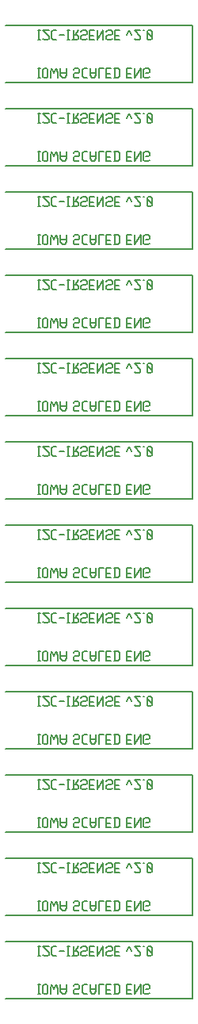
<source format=gbr>
G04 start of page 10 for group -4078 idx -4078 *
G04 Title: (unknown), bottomsilk *
G04 Creator: pcb 20140316 *
G04 CreationDate: Wed 03 Jan 2018 02:51:44 AM GMT UTC *
G04 For: railfan *
G04 Format: Gerber/RS-274X *
G04 PCB-Dimensions (mil): 1000.00 4200.00 *
G04 PCB-Coordinate-Origin: lower left *
%MOIN*%
%FSLAX25Y25*%
%LNBOTTOMSILK*%
%ADD41C,0.0080*%
G54D41*X89500Y320500D02*X11000D01*
X89500Y344500D02*Y320500D01*
Y309500D02*Y285500D01*
X11000Y309500D02*X89500D01*
Y285500D02*X11000D01*
Y274500D02*X89500D01*
X11000Y379500D02*X89500D01*
Y355500D02*X11000D01*
X89500Y379500D02*Y355500D01*
X11000Y344500D02*X89500D01*
X11000Y414500D02*X89500D01*
Y390500D02*X11000D01*
X89500Y414500D02*Y390500D01*
Y250500D02*X11000D01*
X89500Y274500D02*Y250500D01*
X11000Y239500D02*X89500D01*
Y215500D02*X11000D01*
X89500Y239500D02*Y215500D01*
X11000Y204500D02*X89500D01*
Y180500D02*X11000D01*
X89500Y204500D02*Y180500D01*
X11000Y169500D02*X89500D01*
Y145500D02*X11000D01*
X89500Y169500D02*Y145500D01*
X11000Y134500D02*X89500D01*
Y110500D02*X11000D01*
X89500Y134500D02*Y110500D01*
Y29500D02*Y5500D01*
X11000Y99500D02*X89500D01*
Y75500D02*X11000D01*
X89500Y99500D02*Y75500D01*
X11000Y64500D02*X89500D01*
Y40500D02*X11000D01*
X89500Y64500D02*Y40500D01*
X11000Y29500D02*X89500D01*
Y5500D02*X11000D01*
X24500Y252500D02*X25500D01*
X25000D02*Y256500D01*
X24500D02*X25500D01*
X26700Y253000D02*Y256000D01*
Y253000D02*X27200Y252500D01*
X28200D01*
X28700Y253000D01*
Y256000D01*
X28200Y256500D02*X28700Y256000D01*
X27200Y256500D02*X28200D01*
X26700Y256000D02*X27200Y256500D01*
X29900Y252500D02*Y254500D01*
X30400Y256500D01*
X31400Y254500D01*
X32400Y256500D01*
X32900Y254500D01*
Y252500D02*Y254500D01*
X34100Y253500D02*Y256500D01*
Y253500D02*X34800Y252500D01*
X35900D01*
X36600Y253500D01*
Y256500D01*
X34100Y254500D02*X36600D01*
X41600Y252500D02*X42100Y253000D01*
X40100Y252500D02*X41600D01*
X39600Y253000D02*X40100Y252500D01*
X39600Y253000D02*Y254000D01*
X40100Y254500D01*
X41600D01*
X42100Y255000D01*
Y256000D01*
X41600Y256500D02*X42100Y256000D01*
X40100Y256500D02*X41600D01*
X39600Y256000D02*X40100Y256500D01*
X44000D02*X45300D01*
X43300Y255800D02*X44000Y256500D01*
X43300Y253200D02*Y255800D01*
Y253200D02*X44000Y252500D01*
X45300D01*
X46500Y253500D02*Y256500D01*
Y253500D02*X47200Y252500D01*
X48300D01*
X49000Y253500D01*
Y256500D01*
X46500Y254500D02*X49000D01*
X50200Y252500D02*Y256500D01*
X52200D01*
X53400Y254300D02*X54900D01*
X53400Y256500D02*X55400D01*
X53400Y252500D02*Y256500D01*
Y252500D02*X55400D01*
X57100D02*Y256500D01*
X58400Y252500D02*X59100Y253200D01*
Y255800D01*
X58400Y256500D02*X59100Y255800D01*
X56600Y256500D02*X58400D01*
X56600Y252500D02*X58400D01*
X62100Y254300D02*X63600D01*
X62100Y256500D02*X64100D01*
X62100Y252500D02*Y256500D01*
Y252500D02*X64100D01*
X65300D02*Y256500D01*
Y252500D02*X67800Y256500D01*
Y252500D02*Y256500D01*
X71000Y252500D02*X71500Y253000D01*
X69500Y252500D02*X71000D01*
X69000Y253000D02*X69500Y252500D01*
X69000Y253000D02*Y256000D01*
X69500Y256500D01*
X71000D01*
X71500Y256000D01*
Y255000D02*Y256000D01*
X71000Y254500D02*X71500Y255000D01*
X70000Y254500D02*X71000D01*
X24500Y217500D02*X25500D01*
X25000D02*Y221500D01*
X24500D02*X25500D01*
X26700Y218000D02*Y221000D01*
Y218000D02*X27200Y217500D01*
X28200D01*
X28700Y218000D01*
Y221000D01*
X28200Y221500D02*X28700Y221000D01*
X27200Y221500D02*X28200D01*
X26700Y221000D02*X27200Y221500D01*
X29900Y217500D02*Y219500D01*
X30400Y221500D01*
X31400Y219500D01*
X32400Y221500D01*
X32900Y219500D01*
Y217500D02*Y219500D01*
X34100Y218500D02*Y221500D01*
Y218500D02*X34800Y217500D01*
X35900D01*
X36600Y218500D01*
Y221500D01*
X34100Y219500D02*X36600D01*
X41600Y217500D02*X42100Y218000D01*
X40100Y217500D02*X41600D01*
X39600Y218000D02*X40100Y217500D01*
X39600Y218000D02*Y219000D01*
X40100Y219500D01*
X41600D01*
X42100Y220000D01*
Y221000D01*
X41600Y221500D02*X42100Y221000D01*
X40100Y221500D02*X41600D01*
X39600Y221000D02*X40100Y221500D01*
X44000D02*X45300D01*
X43300Y220800D02*X44000Y221500D01*
X43300Y218200D02*Y220800D01*
Y218200D02*X44000Y217500D01*
X45300D01*
X46500Y218500D02*Y221500D01*
Y218500D02*X47200Y217500D01*
X48300D01*
X49000Y218500D01*
Y221500D01*
X46500Y219500D02*X49000D01*
X50200Y217500D02*Y221500D01*
X52200D01*
X53400Y219300D02*X54900D01*
X53400Y221500D02*X55400D01*
X53400Y217500D02*Y221500D01*
Y217500D02*X55400D01*
X57100D02*Y221500D01*
X58400Y217500D02*X59100Y218200D01*
Y220800D01*
X58400Y221500D02*X59100Y220800D01*
X56600Y221500D02*X58400D01*
X56600Y217500D02*X58400D01*
X62100Y219300D02*X63600D01*
X62100Y221500D02*X64100D01*
X62100Y217500D02*Y221500D01*
Y217500D02*X64100D01*
X65300D02*Y221500D01*
Y217500D02*X67800Y221500D01*
Y217500D02*Y221500D01*
X71000Y217500D02*X71500Y218000D01*
X69500Y217500D02*X71000D01*
X69000Y218000D02*X69500Y217500D01*
X69000Y218000D02*Y221000D01*
X69500Y221500D01*
X71000D01*
X71500Y221000D01*
Y220000D02*Y221000D01*
X71000Y219500D02*X71500Y220000D01*
X70000Y219500D02*X71000D01*
X24500Y182500D02*X25500D01*
X25000D02*Y186500D01*
X24500D02*X25500D01*
X26700Y183000D02*Y186000D01*
Y183000D02*X27200Y182500D01*
X28200D01*
X28700Y183000D01*
Y186000D01*
X28200Y186500D02*X28700Y186000D01*
X27200Y186500D02*X28200D01*
X26700Y186000D02*X27200Y186500D01*
X29900Y182500D02*Y184500D01*
X30400Y186500D01*
X31400Y184500D01*
X32400Y186500D01*
X32900Y184500D01*
Y182500D02*Y184500D01*
X34100Y183500D02*Y186500D01*
Y183500D02*X34800Y182500D01*
X35900D01*
X36600Y183500D01*
Y186500D01*
X34100Y184500D02*X36600D01*
X41600Y182500D02*X42100Y183000D01*
X40100Y182500D02*X41600D01*
X39600Y183000D02*X40100Y182500D01*
X39600Y183000D02*Y184000D01*
X40100Y184500D01*
X41600D01*
X42100Y185000D01*
Y186000D01*
X41600Y186500D02*X42100Y186000D01*
X40100Y186500D02*X41600D01*
X39600Y186000D02*X40100Y186500D01*
X44000D02*X45300D01*
X43300Y185800D02*X44000Y186500D01*
X43300Y183200D02*Y185800D01*
Y183200D02*X44000Y182500D01*
X45300D01*
X46500Y183500D02*Y186500D01*
Y183500D02*X47200Y182500D01*
X48300D01*
X49000Y183500D01*
Y186500D01*
X46500Y184500D02*X49000D01*
X50200Y182500D02*Y186500D01*
X52200D01*
X53400Y184300D02*X54900D01*
X53400Y186500D02*X55400D01*
X53400Y182500D02*Y186500D01*
Y182500D02*X55400D01*
X57100D02*Y186500D01*
X58400Y182500D02*X59100Y183200D01*
Y185800D01*
X58400Y186500D02*X59100Y185800D01*
X56600Y186500D02*X58400D01*
X56600Y182500D02*X58400D01*
X62100Y184300D02*X63600D01*
X62100Y186500D02*X64100D01*
X62100Y182500D02*Y186500D01*
Y182500D02*X64100D01*
X65300D02*Y186500D01*
Y182500D02*X67800Y186500D01*
Y182500D02*Y186500D01*
X71000Y182500D02*X71500Y183000D01*
X69500Y182500D02*X71000D01*
X69000Y183000D02*X69500Y182500D01*
X69000Y183000D02*Y186000D01*
X69500Y186500D01*
X71000D01*
X71500Y186000D01*
Y185000D02*Y186000D01*
X71000Y184500D02*X71500Y185000D01*
X70000Y184500D02*X71000D01*
X24500Y198500D02*X25500D01*
X25000D02*Y202500D01*
X24500D02*X25500D01*
X26700Y199000D02*X27200Y198500D01*
X28700D01*
X29200Y199000D01*
Y200000D01*
X26700Y202500D02*X29200Y200000D01*
X26700Y202500D02*X29200D01*
X31100D02*X32400D01*
X30400Y201800D02*X31100Y202500D01*
X30400Y199200D02*Y201800D01*
Y199200D02*X31100Y198500D01*
X32400D01*
X33600Y200500D02*X35600D01*
X36800Y198500D02*X37800D01*
X37300D02*Y202500D01*
X36800D02*X37800D01*
X39000Y198500D02*X41000D01*
X41500Y199000D01*
Y200000D01*
X41000Y200500D02*X41500Y200000D01*
X39500Y200500D02*X41000D01*
X39500Y198500D02*Y202500D01*
X40300Y200500D02*X41500Y202500D01*
X44700Y198500D02*X45200Y199000D01*
X43200Y198500D02*X44700D01*
X42700Y199000D02*X43200Y198500D01*
X42700Y199000D02*Y200000D01*
X43200Y200500D01*
X44700D01*
X45200Y201000D01*
Y202000D01*
X44700Y202500D02*X45200Y202000D01*
X43200Y202500D02*X44700D01*
X42700Y202000D02*X43200Y202500D01*
X46400Y200300D02*X47900D01*
X46400Y202500D02*X48400D01*
X46400Y198500D02*Y202500D01*
Y198500D02*X48400D01*
X49600D02*Y202500D01*
Y198500D02*X52100Y202500D01*
Y198500D02*Y202500D01*
X55300Y198500D02*X55800Y199000D01*
X53800Y198500D02*X55300D01*
X53300Y199000D02*X53800Y198500D01*
X53300Y199000D02*Y200000D01*
X53800Y200500D01*
X55300D01*
X55800Y201000D01*
Y202000D01*
X55300Y202500D02*X55800Y202000D01*
X53800Y202500D02*X55300D01*
X53300Y202000D02*X53800Y202500D01*
X57000Y200300D02*X58500D01*
X57000Y202500D02*X59000D01*
X57000Y198500D02*Y202500D01*
Y198500D02*X59000D01*
X62000Y200500D02*X63000Y202500D01*
X64000Y200500D02*X63000Y202500D01*
X65200Y199000D02*X65700Y198500D01*
X67200D01*
X67700Y199000D01*
Y200000D01*
X65200Y202500D02*X67700Y200000D01*
X65200Y202500D02*X67700D01*
X68900D02*X69400D01*
X70600Y202000D02*X71100Y202500D01*
X70600Y199000D02*Y202000D01*
Y199000D02*X71100Y198500D01*
X72100D01*
X72600Y199000D01*
Y202000D01*
X72100Y202500D02*X72600Y202000D01*
X71100Y202500D02*X72100D01*
X70600Y201500D02*X72600Y199500D01*
X24500Y233500D02*X25500D01*
X25000D02*Y237500D01*
X24500D02*X25500D01*
X26700Y234000D02*X27200Y233500D01*
X28700D01*
X29200Y234000D01*
Y235000D01*
X26700Y237500D02*X29200Y235000D01*
X26700Y237500D02*X29200D01*
X31100D02*X32400D01*
X30400Y236800D02*X31100Y237500D01*
X30400Y234200D02*Y236800D01*
Y234200D02*X31100Y233500D01*
X32400D01*
X33600Y235500D02*X35600D01*
X36800Y233500D02*X37800D01*
X37300D02*Y237500D01*
X36800D02*X37800D01*
X39000Y233500D02*X41000D01*
X41500Y234000D01*
Y235000D01*
X41000Y235500D02*X41500Y235000D01*
X39500Y235500D02*X41000D01*
X39500Y233500D02*Y237500D01*
X40300Y235500D02*X41500Y237500D01*
X44700Y233500D02*X45200Y234000D01*
X43200Y233500D02*X44700D01*
X42700Y234000D02*X43200Y233500D01*
X42700Y234000D02*Y235000D01*
X43200Y235500D01*
X44700D01*
X45200Y236000D01*
Y237000D01*
X44700Y237500D02*X45200Y237000D01*
X43200Y237500D02*X44700D01*
X42700Y237000D02*X43200Y237500D01*
X46400Y235300D02*X47900D01*
X46400Y237500D02*X48400D01*
X46400Y233500D02*Y237500D01*
Y233500D02*X48400D01*
X49600D02*Y237500D01*
Y233500D02*X52100Y237500D01*
Y233500D02*Y237500D01*
X55300Y233500D02*X55800Y234000D01*
X53800Y233500D02*X55300D01*
X53300Y234000D02*X53800Y233500D01*
X53300Y234000D02*Y235000D01*
X53800Y235500D01*
X55300D01*
X55800Y236000D01*
Y237000D01*
X55300Y237500D02*X55800Y237000D01*
X53800Y237500D02*X55300D01*
X53300Y237000D02*X53800Y237500D01*
X57000Y235300D02*X58500D01*
X57000Y237500D02*X59000D01*
X57000Y233500D02*Y237500D01*
Y233500D02*X59000D01*
X62000Y235500D02*X63000Y237500D01*
X64000Y235500D02*X63000Y237500D01*
X65200Y234000D02*X65700Y233500D01*
X67200D01*
X67700Y234000D01*
Y235000D01*
X65200Y237500D02*X67700Y235000D01*
X65200Y237500D02*X67700D01*
X68900D02*X69400D01*
X70600Y237000D02*X71100Y237500D01*
X70600Y234000D02*Y237000D01*
Y234000D02*X71100Y233500D01*
X72100D01*
X72600Y234000D01*
Y237000D01*
X72100Y237500D02*X72600Y237000D01*
X71100Y237500D02*X72100D01*
X70600Y236500D02*X72600Y234500D01*
X24500Y147500D02*X25500D01*
X25000D02*Y151500D01*
X24500D02*X25500D01*
X26700Y148000D02*Y151000D01*
Y148000D02*X27200Y147500D01*
X28200D01*
X28700Y148000D01*
Y151000D01*
X28200Y151500D02*X28700Y151000D01*
X27200Y151500D02*X28200D01*
X26700Y151000D02*X27200Y151500D01*
X29900Y147500D02*Y149500D01*
X30400Y151500D01*
X31400Y149500D01*
X32400Y151500D01*
X32900Y149500D01*
Y147500D02*Y149500D01*
X34100Y148500D02*Y151500D01*
Y148500D02*X34800Y147500D01*
X35900D01*
X36600Y148500D01*
Y151500D01*
X34100Y149500D02*X36600D01*
X41600Y147500D02*X42100Y148000D01*
X40100Y147500D02*X41600D01*
X39600Y148000D02*X40100Y147500D01*
X39600Y148000D02*Y149000D01*
X40100Y149500D01*
X41600D01*
X42100Y150000D01*
Y151000D01*
X41600Y151500D02*X42100Y151000D01*
X40100Y151500D02*X41600D01*
X39600Y151000D02*X40100Y151500D01*
X44000D02*X45300D01*
X43300Y150800D02*X44000Y151500D01*
X43300Y148200D02*Y150800D01*
Y148200D02*X44000Y147500D01*
X45300D01*
X46500Y148500D02*Y151500D01*
Y148500D02*X47200Y147500D01*
X48300D01*
X49000Y148500D01*
Y151500D01*
X46500Y149500D02*X49000D01*
X50200Y147500D02*Y151500D01*
X52200D01*
X53400Y149300D02*X54900D01*
X53400Y151500D02*X55400D01*
X53400Y147500D02*Y151500D01*
Y147500D02*X55400D01*
X57100D02*Y151500D01*
X58400Y147500D02*X59100Y148200D01*
Y150800D01*
X58400Y151500D02*X59100Y150800D01*
X56600Y151500D02*X58400D01*
X56600Y147500D02*X58400D01*
X62100Y149300D02*X63600D01*
X62100Y151500D02*X64100D01*
X62100Y147500D02*Y151500D01*
Y147500D02*X64100D01*
X65300D02*Y151500D01*
Y147500D02*X67800Y151500D01*
Y147500D02*Y151500D01*
X71000Y147500D02*X71500Y148000D01*
X69500Y147500D02*X71000D01*
X69000Y148000D02*X69500Y147500D01*
X69000Y148000D02*Y151000D01*
X69500Y151500D01*
X71000D01*
X71500Y151000D01*
Y150000D02*Y151000D01*
X71000Y149500D02*X71500Y150000D01*
X70000Y149500D02*X71000D01*
X24500Y163500D02*X25500D01*
X25000D02*Y167500D01*
X24500D02*X25500D01*
X26700Y164000D02*X27200Y163500D01*
X28700D01*
X29200Y164000D01*
Y165000D01*
X26700Y167500D02*X29200Y165000D01*
X26700Y167500D02*X29200D01*
X31100D02*X32400D01*
X30400Y166800D02*X31100Y167500D01*
X30400Y164200D02*Y166800D01*
Y164200D02*X31100Y163500D01*
X32400D01*
X33600Y165500D02*X35600D01*
X36800Y163500D02*X37800D01*
X37300D02*Y167500D01*
X36800D02*X37800D01*
X39000Y163500D02*X41000D01*
X41500Y164000D01*
Y165000D01*
X41000Y165500D02*X41500Y165000D01*
X39500Y165500D02*X41000D01*
X39500Y163500D02*Y167500D01*
X40300Y165500D02*X41500Y167500D01*
X44700Y163500D02*X45200Y164000D01*
X43200Y163500D02*X44700D01*
X42700Y164000D02*X43200Y163500D01*
X42700Y164000D02*Y165000D01*
X43200Y165500D01*
X44700D01*
X45200Y166000D01*
Y167000D01*
X44700Y167500D02*X45200Y167000D01*
X43200Y167500D02*X44700D01*
X42700Y167000D02*X43200Y167500D01*
X46400Y165300D02*X47900D01*
X46400Y167500D02*X48400D01*
X46400Y163500D02*Y167500D01*
Y163500D02*X48400D01*
X49600D02*Y167500D01*
Y163500D02*X52100Y167500D01*
Y163500D02*Y167500D01*
X55300Y163500D02*X55800Y164000D01*
X53800Y163500D02*X55300D01*
X53300Y164000D02*X53800Y163500D01*
X53300Y164000D02*Y165000D01*
X53800Y165500D01*
X55300D01*
X55800Y166000D01*
Y167000D01*
X55300Y167500D02*X55800Y167000D01*
X53800Y167500D02*X55300D01*
X53300Y167000D02*X53800Y167500D01*
X57000Y165300D02*X58500D01*
X57000Y167500D02*X59000D01*
X57000Y163500D02*Y167500D01*
Y163500D02*X59000D01*
X62000Y165500D02*X63000Y167500D01*
X64000Y165500D02*X63000Y167500D01*
X65200Y164000D02*X65700Y163500D01*
X67200D01*
X67700Y164000D01*
Y165000D01*
X65200Y167500D02*X67700Y165000D01*
X65200Y167500D02*X67700D01*
X68900D02*X69400D01*
X70600Y167000D02*X71100Y167500D01*
X70600Y164000D02*Y167000D01*
Y164000D02*X71100Y163500D01*
X72100D01*
X72600Y164000D01*
Y167000D01*
X72100Y167500D02*X72600Y167000D01*
X71100Y167500D02*X72100D01*
X70600Y166500D02*X72600Y164500D01*
X24500Y112500D02*X25500D01*
X25000D02*Y116500D01*
X24500D02*X25500D01*
X26700Y113000D02*Y116000D01*
Y113000D02*X27200Y112500D01*
X28200D01*
X28700Y113000D01*
Y116000D01*
X28200Y116500D02*X28700Y116000D01*
X27200Y116500D02*X28200D01*
X26700Y116000D02*X27200Y116500D01*
X29900Y112500D02*Y114500D01*
X30400Y116500D01*
X31400Y114500D01*
X32400Y116500D01*
X32900Y114500D01*
Y112500D02*Y114500D01*
X34100Y113500D02*Y116500D01*
Y113500D02*X34800Y112500D01*
X35900D01*
X36600Y113500D01*
Y116500D01*
X34100Y114500D02*X36600D01*
X41600Y112500D02*X42100Y113000D01*
X40100Y112500D02*X41600D01*
X39600Y113000D02*X40100Y112500D01*
X39600Y113000D02*Y114000D01*
X40100Y114500D01*
X41600D01*
X42100Y115000D01*
Y116000D01*
X41600Y116500D02*X42100Y116000D01*
X40100Y116500D02*X41600D01*
X39600Y116000D02*X40100Y116500D01*
X44000D02*X45300D01*
X43300Y115800D02*X44000Y116500D01*
X43300Y113200D02*Y115800D01*
Y113200D02*X44000Y112500D01*
X45300D01*
X46500Y113500D02*Y116500D01*
Y113500D02*X47200Y112500D01*
X48300D01*
X49000Y113500D01*
Y116500D01*
X46500Y114500D02*X49000D01*
X50200Y112500D02*Y116500D01*
X52200D01*
X53400Y114300D02*X54900D01*
X53400Y116500D02*X55400D01*
X53400Y112500D02*Y116500D01*
Y112500D02*X55400D01*
X57100D02*Y116500D01*
X58400Y112500D02*X59100Y113200D01*
Y115800D01*
X58400Y116500D02*X59100Y115800D01*
X56600Y116500D02*X58400D01*
X56600Y112500D02*X58400D01*
X62100Y114300D02*X63600D01*
X62100Y116500D02*X64100D01*
X62100Y112500D02*Y116500D01*
Y112500D02*X64100D01*
X65300D02*Y116500D01*
Y112500D02*X67800Y116500D01*
Y112500D02*Y116500D01*
X71000Y112500D02*X71500Y113000D01*
X69500Y112500D02*X71000D01*
X69000Y113000D02*X69500Y112500D01*
X69000Y113000D02*Y116000D01*
X69500Y116500D01*
X71000D01*
X71500Y116000D01*
Y115000D02*Y116000D01*
X71000Y114500D02*X71500Y115000D01*
X70000Y114500D02*X71000D01*
X24500Y128500D02*X25500D01*
X25000D02*Y132500D01*
X24500D02*X25500D01*
X26700Y129000D02*X27200Y128500D01*
X28700D01*
X29200Y129000D01*
Y130000D01*
X26700Y132500D02*X29200Y130000D01*
X26700Y132500D02*X29200D01*
X31100D02*X32400D01*
X30400Y131800D02*X31100Y132500D01*
X30400Y129200D02*Y131800D01*
Y129200D02*X31100Y128500D01*
X32400D01*
X33600Y130500D02*X35600D01*
X36800Y128500D02*X37800D01*
X37300D02*Y132500D01*
X36800D02*X37800D01*
X39000Y128500D02*X41000D01*
X41500Y129000D01*
Y130000D01*
X41000Y130500D02*X41500Y130000D01*
X39500Y130500D02*X41000D01*
X39500Y128500D02*Y132500D01*
X40300Y130500D02*X41500Y132500D01*
X44700Y128500D02*X45200Y129000D01*
X43200Y128500D02*X44700D01*
X42700Y129000D02*X43200Y128500D01*
X42700Y129000D02*Y130000D01*
X43200Y130500D01*
X44700D01*
X45200Y131000D01*
Y132000D01*
X44700Y132500D02*X45200Y132000D01*
X43200Y132500D02*X44700D01*
X42700Y132000D02*X43200Y132500D01*
X46400Y130300D02*X47900D01*
X46400Y132500D02*X48400D01*
X46400Y128500D02*Y132500D01*
Y128500D02*X48400D01*
X49600D02*Y132500D01*
Y128500D02*X52100Y132500D01*
Y128500D02*Y132500D01*
X55300Y128500D02*X55800Y129000D01*
X53800Y128500D02*X55300D01*
X53300Y129000D02*X53800Y128500D01*
X53300Y129000D02*Y130000D01*
X53800Y130500D01*
X55300D01*
X55800Y131000D01*
Y132000D01*
X55300Y132500D02*X55800Y132000D01*
X53800Y132500D02*X55300D01*
X53300Y132000D02*X53800Y132500D01*
X57000Y130300D02*X58500D01*
X57000Y132500D02*X59000D01*
X57000Y128500D02*Y132500D01*
Y128500D02*X59000D01*
X62000Y130500D02*X63000Y132500D01*
X64000Y130500D02*X63000Y132500D01*
X65200Y129000D02*X65700Y128500D01*
X67200D01*
X67700Y129000D01*
Y130000D01*
X65200Y132500D02*X67700Y130000D01*
X65200Y132500D02*X67700D01*
X68900D02*X69400D01*
X70600Y132000D02*X71100Y132500D01*
X70600Y129000D02*Y132000D01*
Y129000D02*X71100Y128500D01*
X72100D01*
X72600Y129000D01*
Y132000D01*
X72100Y132500D02*X72600Y132000D01*
X71100Y132500D02*X72100D01*
X70600Y131500D02*X72600Y129500D01*
X24500Y77500D02*X25500D01*
X25000D02*Y81500D01*
X24500D02*X25500D01*
X26700Y78000D02*Y81000D01*
Y78000D02*X27200Y77500D01*
X28200D01*
X28700Y78000D01*
Y81000D01*
X28200Y81500D02*X28700Y81000D01*
X27200Y81500D02*X28200D01*
X26700Y81000D02*X27200Y81500D01*
X29900Y77500D02*Y79500D01*
X30400Y81500D01*
X31400Y79500D01*
X32400Y81500D01*
X32900Y79500D01*
Y77500D02*Y79500D01*
X34100Y78500D02*Y81500D01*
Y78500D02*X34800Y77500D01*
X35900D01*
X36600Y78500D01*
Y81500D01*
X34100Y79500D02*X36600D01*
X41600Y77500D02*X42100Y78000D01*
X40100Y77500D02*X41600D01*
X39600Y78000D02*X40100Y77500D01*
X39600Y78000D02*Y79000D01*
X40100Y79500D01*
X41600D01*
X42100Y80000D01*
Y81000D01*
X41600Y81500D02*X42100Y81000D01*
X40100Y81500D02*X41600D01*
X39600Y81000D02*X40100Y81500D01*
X44000D02*X45300D01*
X43300Y80800D02*X44000Y81500D01*
X43300Y78200D02*Y80800D01*
Y78200D02*X44000Y77500D01*
X45300D01*
X46500Y78500D02*Y81500D01*
Y78500D02*X47200Y77500D01*
X48300D01*
X49000Y78500D01*
Y81500D01*
X46500Y79500D02*X49000D01*
X50200Y77500D02*Y81500D01*
X52200D01*
X53400Y79300D02*X54900D01*
X53400Y81500D02*X55400D01*
X53400Y77500D02*Y81500D01*
Y77500D02*X55400D01*
X57100D02*Y81500D01*
X58400Y77500D02*X59100Y78200D01*
Y80800D01*
X58400Y81500D02*X59100Y80800D01*
X56600Y81500D02*X58400D01*
X56600Y77500D02*X58400D01*
X62100Y79300D02*X63600D01*
X62100Y81500D02*X64100D01*
X62100Y77500D02*Y81500D01*
Y77500D02*X64100D01*
X65300D02*Y81500D01*
Y77500D02*X67800Y81500D01*
Y77500D02*Y81500D01*
X71000Y77500D02*X71500Y78000D01*
X69500Y77500D02*X71000D01*
X69000Y78000D02*X69500Y77500D01*
X69000Y78000D02*Y81000D01*
X69500Y81500D01*
X71000D01*
X71500Y81000D01*
Y80000D02*Y81000D01*
X71000Y79500D02*X71500Y80000D01*
X70000Y79500D02*X71000D01*
X24500Y42500D02*X25500D01*
X25000D02*Y46500D01*
X24500D02*X25500D01*
X26700Y43000D02*Y46000D01*
Y43000D02*X27200Y42500D01*
X28200D01*
X28700Y43000D01*
Y46000D01*
X28200Y46500D02*X28700Y46000D01*
X27200Y46500D02*X28200D01*
X26700Y46000D02*X27200Y46500D01*
X29900Y42500D02*Y44500D01*
X30400Y46500D01*
X31400Y44500D01*
X32400Y46500D01*
X32900Y44500D01*
Y42500D02*Y44500D01*
X34100Y43500D02*Y46500D01*
Y43500D02*X34800Y42500D01*
X35900D01*
X36600Y43500D01*
Y46500D01*
X34100Y44500D02*X36600D01*
X41600Y42500D02*X42100Y43000D01*
X40100Y42500D02*X41600D01*
X39600Y43000D02*X40100Y42500D01*
X39600Y43000D02*Y44000D01*
X40100Y44500D01*
X41600D01*
X42100Y45000D01*
Y46000D01*
X41600Y46500D02*X42100Y46000D01*
X40100Y46500D02*X41600D01*
X39600Y46000D02*X40100Y46500D01*
X44000D02*X45300D01*
X43300Y45800D02*X44000Y46500D01*
X43300Y43200D02*Y45800D01*
Y43200D02*X44000Y42500D01*
X45300D01*
X46500Y43500D02*Y46500D01*
Y43500D02*X47200Y42500D01*
X48300D01*
X49000Y43500D01*
Y46500D01*
X46500Y44500D02*X49000D01*
X50200Y42500D02*Y46500D01*
X52200D01*
X53400Y44300D02*X54900D01*
X53400Y46500D02*X55400D01*
X53400Y42500D02*Y46500D01*
Y42500D02*X55400D01*
X57100D02*Y46500D01*
X58400Y42500D02*X59100Y43200D01*
Y45800D01*
X58400Y46500D02*X59100Y45800D01*
X56600Y46500D02*X58400D01*
X56600Y42500D02*X58400D01*
X62100Y44300D02*X63600D01*
X62100Y46500D02*X64100D01*
X62100Y42500D02*Y46500D01*
Y42500D02*X64100D01*
X65300D02*Y46500D01*
Y42500D02*X67800Y46500D01*
Y42500D02*Y46500D01*
X71000Y42500D02*X71500Y43000D01*
X69500Y42500D02*X71000D01*
X69000Y43000D02*X69500Y42500D01*
X69000Y43000D02*Y46000D01*
X69500Y46500D01*
X71000D01*
X71500Y46000D01*
Y45000D02*Y46000D01*
X71000Y44500D02*X71500Y45000D01*
X70000Y44500D02*X71000D01*
X24500Y58500D02*X25500D01*
X25000D02*Y62500D01*
X24500D02*X25500D01*
X26700Y59000D02*X27200Y58500D01*
X28700D01*
X29200Y59000D01*
Y60000D01*
X26700Y62500D02*X29200Y60000D01*
X26700Y62500D02*X29200D01*
X31100D02*X32400D01*
X30400Y61800D02*X31100Y62500D01*
X30400Y59200D02*Y61800D01*
Y59200D02*X31100Y58500D01*
X32400D01*
X33600Y60500D02*X35600D01*
X36800Y58500D02*X37800D01*
X37300D02*Y62500D01*
X36800D02*X37800D01*
X39000Y58500D02*X41000D01*
X41500Y59000D01*
Y60000D01*
X41000Y60500D02*X41500Y60000D01*
X39500Y60500D02*X41000D01*
X39500Y58500D02*Y62500D01*
X40300Y60500D02*X41500Y62500D01*
X44700Y58500D02*X45200Y59000D01*
X43200Y58500D02*X44700D01*
X42700Y59000D02*X43200Y58500D01*
X42700Y59000D02*Y60000D01*
X43200Y60500D01*
X44700D01*
X45200Y61000D01*
Y62000D01*
X44700Y62500D02*X45200Y62000D01*
X43200Y62500D02*X44700D01*
X42700Y62000D02*X43200Y62500D01*
X46400Y60300D02*X47900D01*
X46400Y62500D02*X48400D01*
X46400Y58500D02*Y62500D01*
Y58500D02*X48400D01*
X49600D02*Y62500D01*
Y58500D02*X52100Y62500D01*
Y58500D02*Y62500D01*
X55300Y58500D02*X55800Y59000D01*
X53800Y58500D02*X55300D01*
X53300Y59000D02*X53800Y58500D01*
X53300Y59000D02*Y60000D01*
X53800Y60500D01*
X55300D01*
X55800Y61000D01*
Y62000D01*
X55300Y62500D02*X55800Y62000D01*
X53800Y62500D02*X55300D01*
X53300Y62000D02*X53800Y62500D01*
X57000Y60300D02*X58500D01*
X57000Y62500D02*X59000D01*
X57000Y58500D02*Y62500D01*
Y58500D02*X59000D01*
X62000Y60500D02*X63000Y62500D01*
X64000Y60500D02*X63000Y62500D01*
X65200Y59000D02*X65700Y58500D01*
X67200D01*
X67700Y59000D01*
Y60000D01*
X65200Y62500D02*X67700Y60000D01*
X65200Y62500D02*X67700D01*
X68900D02*X69400D01*
X70600Y62000D02*X71100Y62500D01*
X70600Y59000D02*Y62000D01*
Y59000D02*X71100Y58500D01*
X72100D01*
X72600Y59000D01*
Y62000D01*
X72100Y62500D02*X72600Y62000D01*
X71100Y62500D02*X72100D01*
X70600Y61500D02*X72600Y59500D01*
X24500Y7500D02*X25500D01*
X25000D02*Y11500D01*
X24500D02*X25500D01*
X26700Y8000D02*Y11000D01*
Y8000D02*X27200Y7500D01*
X28200D01*
X28700Y8000D01*
Y11000D01*
X28200Y11500D02*X28700Y11000D01*
X27200Y11500D02*X28200D01*
X26700Y11000D02*X27200Y11500D01*
X29900Y7500D02*Y9500D01*
X30400Y11500D01*
X31400Y9500D01*
X32400Y11500D01*
X32900Y9500D01*
Y7500D02*Y9500D01*
X34100Y8500D02*Y11500D01*
Y8500D02*X34800Y7500D01*
X35900D01*
X36600Y8500D01*
Y11500D01*
X34100Y9500D02*X36600D01*
X41600Y7500D02*X42100Y8000D01*
X40100Y7500D02*X41600D01*
X39600Y8000D02*X40100Y7500D01*
X39600Y8000D02*Y9000D01*
X40100Y9500D01*
X41600D01*
X42100Y10000D01*
Y11000D01*
X41600Y11500D02*X42100Y11000D01*
X40100Y11500D02*X41600D01*
X39600Y11000D02*X40100Y11500D01*
X44000D02*X45300D01*
X43300Y10800D02*X44000Y11500D01*
X43300Y8200D02*Y10800D01*
Y8200D02*X44000Y7500D01*
X45300D01*
X46500Y8500D02*Y11500D01*
Y8500D02*X47200Y7500D01*
X48300D01*
X49000Y8500D01*
Y11500D01*
X46500Y9500D02*X49000D01*
X50200Y7500D02*Y11500D01*
X52200D01*
X53400Y9300D02*X54900D01*
X53400Y11500D02*X55400D01*
X53400Y7500D02*Y11500D01*
Y7500D02*X55400D01*
X57100D02*Y11500D01*
X58400Y7500D02*X59100Y8200D01*
Y10800D01*
X58400Y11500D02*X59100Y10800D01*
X56600Y11500D02*X58400D01*
X56600Y7500D02*X58400D01*
X62100Y9300D02*X63600D01*
X62100Y11500D02*X64100D01*
X62100Y7500D02*Y11500D01*
Y7500D02*X64100D01*
X65300D02*Y11500D01*
Y7500D02*X67800Y11500D01*
Y7500D02*Y11500D01*
X71000Y7500D02*X71500Y8000D01*
X69500Y7500D02*X71000D01*
X69000Y8000D02*X69500Y7500D01*
X69000Y8000D02*Y11000D01*
X69500Y11500D01*
X71000D01*
X71500Y11000D01*
Y10000D02*Y11000D01*
X71000Y9500D02*X71500Y10000D01*
X70000Y9500D02*X71000D01*
X24500Y23500D02*X25500D01*
X25000D02*Y27500D01*
X24500D02*X25500D01*
X26700Y24000D02*X27200Y23500D01*
X28700D01*
X29200Y24000D01*
Y25000D01*
X26700Y27500D02*X29200Y25000D01*
X26700Y27500D02*X29200D01*
X31100D02*X32400D01*
X30400Y26800D02*X31100Y27500D01*
X30400Y24200D02*Y26800D01*
Y24200D02*X31100Y23500D01*
X32400D01*
X33600Y25500D02*X35600D01*
X36800Y23500D02*X37800D01*
X37300D02*Y27500D01*
X36800D02*X37800D01*
X39000Y23500D02*X41000D01*
X41500Y24000D01*
Y25000D01*
X41000Y25500D02*X41500Y25000D01*
X39500Y25500D02*X41000D01*
X39500Y23500D02*Y27500D01*
X40300Y25500D02*X41500Y27500D01*
X44700Y23500D02*X45200Y24000D01*
X43200Y23500D02*X44700D01*
X42700Y24000D02*X43200Y23500D01*
X42700Y24000D02*Y25000D01*
X43200Y25500D01*
X44700D01*
X45200Y26000D01*
Y27000D01*
X44700Y27500D02*X45200Y27000D01*
X43200Y27500D02*X44700D01*
X42700Y27000D02*X43200Y27500D01*
X46400Y25300D02*X47900D01*
X46400Y27500D02*X48400D01*
X46400Y23500D02*Y27500D01*
Y23500D02*X48400D01*
X49600D02*Y27500D01*
Y23500D02*X52100Y27500D01*
Y23500D02*Y27500D01*
X55300Y23500D02*X55800Y24000D01*
X53800Y23500D02*X55300D01*
X53300Y24000D02*X53800Y23500D01*
X53300Y24000D02*Y25000D01*
X53800Y25500D01*
X55300D01*
X55800Y26000D01*
Y27000D01*
X55300Y27500D02*X55800Y27000D01*
X53800Y27500D02*X55300D01*
X53300Y27000D02*X53800Y27500D01*
X57000Y25300D02*X58500D01*
X57000Y27500D02*X59000D01*
X57000Y23500D02*Y27500D01*
Y23500D02*X59000D01*
X62000Y25500D02*X63000Y27500D01*
X64000Y25500D02*X63000Y27500D01*
X65200Y24000D02*X65700Y23500D01*
X67200D01*
X67700Y24000D01*
Y25000D01*
X65200Y27500D02*X67700Y25000D01*
X65200Y27500D02*X67700D01*
X68900D02*X69400D01*
X70600Y27000D02*X71100Y27500D01*
X70600Y24000D02*Y27000D01*
Y24000D02*X71100Y23500D01*
X72100D01*
X72600Y24000D01*
Y27000D01*
X72100Y27500D02*X72600Y27000D01*
X71100Y27500D02*X72100D01*
X70600Y26500D02*X72600Y24500D01*
X24500Y93500D02*X25500D01*
X25000D02*Y97500D01*
X24500D02*X25500D01*
X26700Y94000D02*X27200Y93500D01*
X28700D01*
X29200Y94000D01*
Y95000D01*
X26700Y97500D02*X29200Y95000D01*
X26700Y97500D02*X29200D01*
X31100D02*X32400D01*
X30400Y96800D02*X31100Y97500D01*
X30400Y94200D02*Y96800D01*
Y94200D02*X31100Y93500D01*
X32400D01*
X33600Y95500D02*X35600D01*
X36800Y93500D02*X37800D01*
X37300D02*Y97500D01*
X36800D02*X37800D01*
X39000Y93500D02*X41000D01*
X41500Y94000D01*
Y95000D01*
X41000Y95500D02*X41500Y95000D01*
X39500Y95500D02*X41000D01*
X39500Y93500D02*Y97500D01*
X40300Y95500D02*X41500Y97500D01*
X44700Y93500D02*X45200Y94000D01*
X43200Y93500D02*X44700D01*
X42700Y94000D02*X43200Y93500D01*
X42700Y94000D02*Y95000D01*
X43200Y95500D01*
X44700D01*
X45200Y96000D01*
Y97000D01*
X44700Y97500D02*X45200Y97000D01*
X43200Y97500D02*X44700D01*
X42700Y97000D02*X43200Y97500D01*
X46400Y95300D02*X47900D01*
X46400Y97500D02*X48400D01*
X46400Y93500D02*Y97500D01*
Y93500D02*X48400D01*
X49600D02*Y97500D01*
Y93500D02*X52100Y97500D01*
Y93500D02*Y97500D01*
X55300Y93500D02*X55800Y94000D01*
X53800Y93500D02*X55300D01*
X53300Y94000D02*X53800Y93500D01*
X53300Y94000D02*Y95000D01*
X53800Y95500D01*
X55300D01*
X55800Y96000D01*
Y97000D01*
X55300Y97500D02*X55800Y97000D01*
X53800Y97500D02*X55300D01*
X53300Y97000D02*X53800Y97500D01*
X57000Y95300D02*X58500D01*
X57000Y97500D02*X59000D01*
X57000Y93500D02*Y97500D01*
Y93500D02*X59000D01*
X62000Y95500D02*X63000Y97500D01*
X64000Y95500D02*X63000Y97500D01*
X65200Y94000D02*X65700Y93500D01*
X67200D01*
X67700Y94000D01*
Y95000D01*
X65200Y97500D02*X67700Y95000D01*
X65200Y97500D02*X67700D01*
X68900D02*X69400D01*
X70600Y97000D02*X71100Y97500D01*
X70600Y94000D02*Y97000D01*
Y94000D02*X71100Y93500D01*
X72100D01*
X72600Y94000D01*
Y97000D01*
X72100Y97500D02*X72600Y97000D01*
X71100Y97500D02*X72100D01*
X70600Y96500D02*X72600Y94500D01*
X24500Y322500D02*X25500D01*
X25000D02*Y326500D01*
X24500D02*X25500D01*
X26700Y323000D02*Y326000D01*
Y323000D02*X27200Y322500D01*
X28200D01*
X28700Y323000D01*
Y326000D01*
X28200Y326500D02*X28700Y326000D01*
X27200Y326500D02*X28200D01*
X26700Y326000D02*X27200Y326500D01*
X29900Y322500D02*Y324500D01*
X30400Y326500D01*
X31400Y324500D01*
X32400Y326500D01*
X32900Y324500D01*
Y322500D02*Y324500D01*
X34100Y323500D02*Y326500D01*
Y323500D02*X34800Y322500D01*
X35900D01*
X36600Y323500D01*
Y326500D01*
X34100Y324500D02*X36600D01*
X41600Y322500D02*X42100Y323000D01*
X40100Y322500D02*X41600D01*
X39600Y323000D02*X40100Y322500D01*
X39600Y323000D02*Y324000D01*
X40100Y324500D01*
X41600D01*
X42100Y325000D01*
Y326000D01*
X41600Y326500D02*X42100Y326000D01*
X40100Y326500D02*X41600D01*
X39600Y326000D02*X40100Y326500D01*
X44000D02*X45300D01*
X43300Y325800D02*X44000Y326500D01*
X43300Y323200D02*Y325800D01*
Y323200D02*X44000Y322500D01*
X45300D01*
X46500Y323500D02*Y326500D01*
Y323500D02*X47200Y322500D01*
X48300D01*
X49000Y323500D01*
Y326500D01*
X46500Y324500D02*X49000D01*
X50200Y322500D02*Y326500D01*
X52200D01*
X53400Y324300D02*X54900D01*
X53400Y326500D02*X55400D01*
X53400Y322500D02*Y326500D01*
Y322500D02*X55400D01*
X57100D02*Y326500D01*
X58400Y322500D02*X59100Y323200D01*
Y325800D01*
X58400Y326500D02*X59100Y325800D01*
X56600Y326500D02*X58400D01*
X56600Y322500D02*X58400D01*
X62100Y324300D02*X63600D01*
X62100Y326500D02*X64100D01*
X62100Y322500D02*Y326500D01*
Y322500D02*X64100D01*
X65300D02*Y326500D01*
Y322500D02*X67800Y326500D01*
Y322500D02*Y326500D01*
X71000Y322500D02*X71500Y323000D01*
X69500Y322500D02*X71000D01*
X69000Y323000D02*X69500Y322500D01*
X69000Y323000D02*Y326000D01*
X69500Y326500D01*
X71000D01*
X71500Y326000D01*
Y325000D02*Y326000D01*
X71000Y324500D02*X71500Y325000D01*
X70000Y324500D02*X71000D01*
X24500Y338500D02*X25500D01*
X25000D02*Y342500D01*
X24500D02*X25500D01*
X26700Y339000D02*X27200Y338500D01*
X28700D01*
X29200Y339000D01*
Y340000D01*
X26700Y342500D02*X29200Y340000D01*
X26700Y342500D02*X29200D01*
X31100D02*X32400D01*
X30400Y341800D02*X31100Y342500D01*
X30400Y339200D02*Y341800D01*
Y339200D02*X31100Y338500D01*
X32400D01*
X33600Y340500D02*X35600D01*
X36800Y338500D02*X37800D01*
X37300D02*Y342500D01*
X36800D02*X37800D01*
X39000Y338500D02*X41000D01*
X41500Y339000D01*
Y340000D01*
X41000Y340500D02*X41500Y340000D01*
X39500Y340500D02*X41000D01*
X39500Y338500D02*Y342500D01*
X40300Y340500D02*X41500Y342500D01*
X44700Y338500D02*X45200Y339000D01*
X43200Y338500D02*X44700D01*
X42700Y339000D02*X43200Y338500D01*
X42700Y339000D02*Y340000D01*
X43200Y340500D01*
X44700D01*
X45200Y341000D01*
Y342000D01*
X44700Y342500D02*X45200Y342000D01*
X43200Y342500D02*X44700D01*
X42700Y342000D02*X43200Y342500D01*
X46400Y340300D02*X47900D01*
X46400Y342500D02*X48400D01*
X46400Y338500D02*Y342500D01*
Y338500D02*X48400D01*
X49600D02*Y342500D01*
Y338500D02*X52100Y342500D01*
Y338500D02*Y342500D01*
X55300Y338500D02*X55800Y339000D01*
X53800Y338500D02*X55300D01*
X53300Y339000D02*X53800Y338500D01*
X53300Y339000D02*Y340000D01*
X53800Y340500D01*
X55300D01*
X55800Y341000D01*
Y342000D01*
X55300Y342500D02*X55800Y342000D01*
X53800Y342500D02*X55300D01*
X53300Y342000D02*X53800Y342500D01*
X57000Y340300D02*X58500D01*
X57000Y342500D02*X59000D01*
X57000Y338500D02*Y342500D01*
Y338500D02*X59000D01*
X62000Y340500D02*X63000Y342500D01*
X64000Y340500D02*X63000Y342500D01*
X65200Y339000D02*X65700Y338500D01*
X67200D01*
X67700Y339000D01*
Y340000D01*
X65200Y342500D02*X67700Y340000D01*
X65200Y342500D02*X67700D01*
X68900D02*X69400D01*
X70600Y342000D02*X71100Y342500D01*
X70600Y339000D02*Y342000D01*
Y339000D02*X71100Y338500D01*
X72100D01*
X72600Y339000D01*
Y342000D01*
X72100Y342500D02*X72600Y342000D01*
X71100Y342500D02*X72100D01*
X70600Y341500D02*X72600Y339500D01*
X24500Y287500D02*X25500D01*
X25000D02*Y291500D01*
X24500D02*X25500D01*
X26700Y288000D02*Y291000D01*
Y288000D02*X27200Y287500D01*
X28200D01*
X28700Y288000D01*
Y291000D01*
X28200Y291500D02*X28700Y291000D01*
X27200Y291500D02*X28200D01*
X26700Y291000D02*X27200Y291500D01*
X29900Y287500D02*Y289500D01*
X30400Y291500D01*
X31400Y289500D01*
X32400Y291500D01*
X32900Y289500D01*
Y287500D02*Y289500D01*
X34100Y288500D02*Y291500D01*
Y288500D02*X34800Y287500D01*
X35900D01*
X36600Y288500D01*
Y291500D01*
X34100Y289500D02*X36600D01*
X41600Y287500D02*X42100Y288000D01*
X40100Y287500D02*X41600D01*
X39600Y288000D02*X40100Y287500D01*
X39600Y288000D02*Y289000D01*
X40100Y289500D01*
X41600D01*
X42100Y290000D01*
Y291000D01*
X41600Y291500D02*X42100Y291000D01*
X40100Y291500D02*X41600D01*
X39600Y291000D02*X40100Y291500D01*
X44000D02*X45300D01*
X43300Y290800D02*X44000Y291500D01*
X43300Y288200D02*Y290800D01*
Y288200D02*X44000Y287500D01*
X45300D01*
X46500Y288500D02*Y291500D01*
Y288500D02*X47200Y287500D01*
X48300D01*
X49000Y288500D01*
Y291500D01*
X46500Y289500D02*X49000D01*
X50200Y287500D02*Y291500D01*
X52200D01*
X53400Y289300D02*X54900D01*
X53400Y291500D02*X55400D01*
X53400Y287500D02*Y291500D01*
Y287500D02*X55400D01*
X57100D02*Y291500D01*
X58400Y287500D02*X59100Y288200D01*
Y290800D01*
X58400Y291500D02*X59100Y290800D01*
X56600Y291500D02*X58400D01*
X56600Y287500D02*X58400D01*
X62100Y289300D02*X63600D01*
X62100Y291500D02*X64100D01*
X62100Y287500D02*Y291500D01*
Y287500D02*X64100D01*
X65300D02*Y291500D01*
Y287500D02*X67800Y291500D01*
Y287500D02*Y291500D01*
X71000Y287500D02*X71500Y288000D01*
X69500Y287500D02*X71000D01*
X69000Y288000D02*X69500Y287500D01*
X69000Y288000D02*Y291000D01*
X69500Y291500D01*
X71000D01*
X71500Y291000D01*
Y290000D02*Y291000D01*
X71000Y289500D02*X71500Y290000D01*
X70000Y289500D02*X71000D01*
X24500Y303500D02*X25500D01*
X25000D02*Y307500D01*
X24500D02*X25500D01*
X26700Y304000D02*X27200Y303500D01*
X28700D01*
X29200Y304000D01*
Y305000D01*
X26700Y307500D02*X29200Y305000D01*
X26700Y307500D02*X29200D01*
X31100D02*X32400D01*
X30400Y306800D02*X31100Y307500D01*
X30400Y304200D02*Y306800D01*
Y304200D02*X31100Y303500D01*
X32400D01*
X33600Y305500D02*X35600D01*
X36800Y303500D02*X37800D01*
X37300D02*Y307500D01*
X36800D02*X37800D01*
X39000Y303500D02*X41000D01*
X41500Y304000D01*
Y305000D01*
X41000Y305500D02*X41500Y305000D01*
X39500Y305500D02*X41000D01*
X39500Y303500D02*Y307500D01*
X40300Y305500D02*X41500Y307500D01*
X44700Y303500D02*X45200Y304000D01*
X43200Y303500D02*X44700D01*
X42700Y304000D02*X43200Y303500D01*
X42700Y304000D02*Y305000D01*
X43200Y305500D01*
X44700D01*
X45200Y306000D01*
Y307000D01*
X44700Y307500D02*X45200Y307000D01*
X43200Y307500D02*X44700D01*
X42700Y307000D02*X43200Y307500D01*
X46400Y305300D02*X47900D01*
X46400Y307500D02*X48400D01*
X46400Y303500D02*Y307500D01*
Y303500D02*X48400D01*
X49600D02*Y307500D01*
Y303500D02*X52100Y307500D01*
Y303500D02*Y307500D01*
X55300Y303500D02*X55800Y304000D01*
X53800Y303500D02*X55300D01*
X53300Y304000D02*X53800Y303500D01*
X53300Y304000D02*Y305000D01*
X53800Y305500D01*
X55300D01*
X55800Y306000D01*
Y307000D01*
X55300Y307500D02*X55800Y307000D01*
X53800Y307500D02*X55300D01*
X53300Y307000D02*X53800Y307500D01*
X57000Y305300D02*X58500D01*
X57000Y307500D02*X59000D01*
X57000Y303500D02*Y307500D01*
Y303500D02*X59000D01*
X62000Y305500D02*X63000Y307500D01*
X64000Y305500D02*X63000Y307500D01*
X65200Y304000D02*X65700Y303500D01*
X67200D01*
X67700Y304000D01*
Y305000D01*
X65200Y307500D02*X67700Y305000D01*
X65200Y307500D02*X67700D01*
X68900D02*X69400D01*
X70600Y307000D02*X71100Y307500D01*
X70600Y304000D02*Y307000D01*
Y304000D02*X71100Y303500D01*
X72100D01*
X72600Y304000D01*
Y307000D01*
X72100Y307500D02*X72600Y307000D01*
X71100Y307500D02*X72100D01*
X70600Y306500D02*X72600Y304500D01*
X24500Y392500D02*X25500D01*
X25000D02*Y396500D01*
X24500D02*X25500D01*
X26700Y393000D02*Y396000D01*
Y393000D02*X27200Y392500D01*
X28200D01*
X28700Y393000D01*
Y396000D01*
X28200Y396500D02*X28700Y396000D01*
X27200Y396500D02*X28200D01*
X26700Y396000D02*X27200Y396500D01*
X29900Y392500D02*Y394500D01*
X30400Y396500D01*
X31400Y394500D01*
X32400Y396500D01*
X32900Y394500D01*
Y392500D02*Y394500D01*
X34100Y393500D02*Y396500D01*
Y393500D02*X34800Y392500D01*
X35900D01*
X36600Y393500D01*
Y396500D01*
X34100Y394500D02*X36600D01*
X41600Y392500D02*X42100Y393000D01*
X40100Y392500D02*X41600D01*
X39600Y393000D02*X40100Y392500D01*
X39600Y393000D02*Y394000D01*
X40100Y394500D01*
X41600D01*
X42100Y395000D01*
Y396000D01*
X41600Y396500D02*X42100Y396000D01*
X40100Y396500D02*X41600D01*
X39600Y396000D02*X40100Y396500D01*
X44000D02*X45300D01*
X43300Y395800D02*X44000Y396500D01*
X43300Y393200D02*Y395800D01*
Y393200D02*X44000Y392500D01*
X45300D01*
X46500Y393500D02*Y396500D01*
Y393500D02*X47200Y392500D01*
X48300D01*
X49000Y393500D01*
Y396500D01*
X46500Y394500D02*X49000D01*
X50200Y392500D02*Y396500D01*
X52200D01*
X53400Y394300D02*X54900D01*
X53400Y396500D02*X55400D01*
X53400Y392500D02*Y396500D01*
Y392500D02*X55400D01*
X57100D02*Y396500D01*
X58400Y392500D02*X59100Y393200D01*
Y395800D01*
X58400Y396500D02*X59100Y395800D01*
X56600Y396500D02*X58400D01*
X56600Y392500D02*X58400D01*
X62100Y394300D02*X63600D01*
X62100Y396500D02*X64100D01*
X62100Y392500D02*Y396500D01*
Y392500D02*X64100D01*
X65300D02*Y396500D01*
Y392500D02*X67800Y396500D01*
Y392500D02*Y396500D01*
X71000Y392500D02*X71500Y393000D01*
X69500Y392500D02*X71000D01*
X69000Y393000D02*X69500Y392500D01*
X69000Y393000D02*Y396000D01*
X69500Y396500D01*
X71000D01*
X71500Y396000D01*
Y395000D02*Y396000D01*
X71000Y394500D02*X71500Y395000D01*
X70000Y394500D02*X71000D01*
X24500Y408500D02*X25500D01*
X25000D02*Y412500D01*
X24500D02*X25500D01*
X26700Y409000D02*X27200Y408500D01*
X28700D01*
X29200Y409000D01*
Y410000D01*
X26700Y412500D02*X29200Y410000D01*
X26700Y412500D02*X29200D01*
X31100D02*X32400D01*
X30400Y411800D02*X31100Y412500D01*
X30400Y409200D02*Y411800D01*
Y409200D02*X31100Y408500D01*
X32400D01*
X33600Y410500D02*X35600D01*
X36800Y408500D02*X37800D01*
X37300D02*Y412500D01*
X36800D02*X37800D01*
X39000Y408500D02*X41000D01*
X41500Y409000D01*
Y410000D01*
X41000Y410500D02*X41500Y410000D01*
X39500Y410500D02*X41000D01*
X39500Y408500D02*Y412500D01*
X40300Y410500D02*X41500Y412500D01*
X44700Y408500D02*X45200Y409000D01*
X43200Y408500D02*X44700D01*
X42700Y409000D02*X43200Y408500D01*
X42700Y409000D02*Y410000D01*
X43200Y410500D01*
X44700D01*
X45200Y411000D01*
Y412000D01*
X44700Y412500D02*X45200Y412000D01*
X43200Y412500D02*X44700D01*
X42700Y412000D02*X43200Y412500D01*
X46400Y410300D02*X47900D01*
X46400Y412500D02*X48400D01*
X46400Y408500D02*Y412500D01*
Y408500D02*X48400D01*
X49600D02*Y412500D01*
Y408500D02*X52100Y412500D01*
Y408500D02*Y412500D01*
X55300Y408500D02*X55800Y409000D01*
X53800Y408500D02*X55300D01*
X53300Y409000D02*X53800Y408500D01*
X53300Y409000D02*Y410000D01*
X53800Y410500D01*
X55300D01*
X55800Y411000D01*
Y412000D01*
X55300Y412500D02*X55800Y412000D01*
X53800Y412500D02*X55300D01*
X53300Y412000D02*X53800Y412500D01*
X57000Y410300D02*X58500D01*
X57000Y412500D02*X59000D01*
X57000Y408500D02*Y412500D01*
Y408500D02*X59000D01*
X62000Y410500D02*X63000Y412500D01*
X64000Y410500D02*X63000Y412500D01*
X65200Y409000D02*X65700Y408500D01*
X67200D01*
X67700Y409000D01*
Y410000D01*
X65200Y412500D02*X67700Y410000D01*
X65200Y412500D02*X67700D01*
X68900D02*X69400D01*
X70600Y412000D02*X71100Y412500D01*
X70600Y409000D02*Y412000D01*
Y409000D02*X71100Y408500D01*
X72100D01*
X72600Y409000D01*
Y412000D01*
X72100Y412500D02*X72600Y412000D01*
X71100Y412500D02*X72100D01*
X70600Y411500D02*X72600Y409500D01*
X24500Y357500D02*X25500D01*
X25000D02*Y361500D01*
X24500D02*X25500D01*
X26700Y358000D02*Y361000D01*
Y358000D02*X27200Y357500D01*
X28200D01*
X28700Y358000D01*
Y361000D01*
X28200Y361500D02*X28700Y361000D01*
X27200Y361500D02*X28200D01*
X26700Y361000D02*X27200Y361500D01*
X29900Y357500D02*Y359500D01*
X30400Y361500D01*
X31400Y359500D01*
X32400Y361500D01*
X32900Y359500D01*
Y357500D02*Y359500D01*
X34100Y358500D02*Y361500D01*
Y358500D02*X34800Y357500D01*
X35900D01*
X36600Y358500D01*
Y361500D01*
X34100Y359500D02*X36600D01*
X41600Y357500D02*X42100Y358000D01*
X40100Y357500D02*X41600D01*
X39600Y358000D02*X40100Y357500D01*
X39600Y358000D02*Y359000D01*
X40100Y359500D01*
X41600D01*
X42100Y360000D01*
Y361000D01*
X41600Y361500D02*X42100Y361000D01*
X40100Y361500D02*X41600D01*
X39600Y361000D02*X40100Y361500D01*
X44000D02*X45300D01*
X43300Y360800D02*X44000Y361500D01*
X43300Y358200D02*Y360800D01*
Y358200D02*X44000Y357500D01*
X45300D01*
X46500Y358500D02*Y361500D01*
Y358500D02*X47200Y357500D01*
X48300D01*
X49000Y358500D01*
Y361500D01*
X46500Y359500D02*X49000D01*
X50200Y357500D02*Y361500D01*
X52200D01*
X53400Y359300D02*X54900D01*
X53400Y361500D02*X55400D01*
X53400Y357500D02*Y361500D01*
Y357500D02*X55400D01*
X57100D02*Y361500D01*
X58400Y357500D02*X59100Y358200D01*
Y360800D01*
X58400Y361500D02*X59100Y360800D01*
X56600Y361500D02*X58400D01*
X56600Y357500D02*X58400D01*
X62100Y359300D02*X63600D01*
X62100Y361500D02*X64100D01*
X62100Y357500D02*Y361500D01*
Y357500D02*X64100D01*
X65300D02*Y361500D01*
Y357500D02*X67800Y361500D01*
Y357500D02*Y361500D01*
X71000Y357500D02*X71500Y358000D01*
X69500Y357500D02*X71000D01*
X69000Y358000D02*X69500Y357500D01*
X69000Y358000D02*Y361000D01*
X69500Y361500D01*
X71000D01*
X71500Y361000D01*
Y360000D02*Y361000D01*
X71000Y359500D02*X71500Y360000D01*
X70000Y359500D02*X71000D01*
X24500Y373500D02*X25500D01*
X25000D02*Y377500D01*
X24500D02*X25500D01*
X26700Y374000D02*X27200Y373500D01*
X28700D01*
X29200Y374000D01*
Y375000D01*
X26700Y377500D02*X29200Y375000D01*
X26700Y377500D02*X29200D01*
X31100D02*X32400D01*
X30400Y376800D02*X31100Y377500D01*
X30400Y374200D02*Y376800D01*
Y374200D02*X31100Y373500D01*
X32400D01*
X33600Y375500D02*X35600D01*
X36800Y373500D02*X37800D01*
X37300D02*Y377500D01*
X36800D02*X37800D01*
X39000Y373500D02*X41000D01*
X41500Y374000D01*
Y375000D01*
X41000Y375500D02*X41500Y375000D01*
X39500Y375500D02*X41000D01*
X39500Y373500D02*Y377500D01*
X40300Y375500D02*X41500Y377500D01*
X44700Y373500D02*X45200Y374000D01*
X43200Y373500D02*X44700D01*
X42700Y374000D02*X43200Y373500D01*
X42700Y374000D02*Y375000D01*
X43200Y375500D01*
X44700D01*
X45200Y376000D01*
Y377000D01*
X44700Y377500D02*X45200Y377000D01*
X43200Y377500D02*X44700D01*
X42700Y377000D02*X43200Y377500D01*
X46400Y375300D02*X47900D01*
X46400Y377500D02*X48400D01*
X46400Y373500D02*Y377500D01*
Y373500D02*X48400D01*
X49600D02*Y377500D01*
Y373500D02*X52100Y377500D01*
Y373500D02*Y377500D01*
X55300Y373500D02*X55800Y374000D01*
X53800Y373500D02*X55300D01*
X53300Y374000D02*X53800Y373500D01*
X53300Y374000D02*Y375000D01*
X53800Y375500D01*
X55300D01*
X55800Y376000D01*
Y377000D01*
X55300Y377500D02*X55800Y377000D01*
X53800Y377500D02*X55300D01*
X53300Y377000D02*X53800Y377500D01*
X57000Y375300D02*X58500D01*
X57000Y377500D02*X59000D01*
X57000Y373500D02*Y377500D01*
Y373500D02*X59000D01*
X62000Y375500D02*X63000Y377500D01*
X64000Y375500D02*X63000Y377500D01*
X65200Y374000D02*X65700Y373500D01*
X67200D01*
X67700Y374000D01*
Y375000D01*
X65200Y377500D02*X67700Y375000D01*
X65200Y377500D02*X67700D01*
X68900D02*X69400D01*
X70600Y377000D02*X71100Y377500D01*
X70600Y374000D02*Y377000D01*
Y374000D02*X71100Y373500D01*
X72100D01*
X72600Y374000D01*
Y377000D01*
X72100Y377500D02*X72600Y377000D01*
X71100Y377500D02*X72100D01*
X70600Y376500D02*X72600Y374500D01*
X24500Y268500D02*X25500D01*
X25000D02*Y272500D01*
X24500D02*X25500D01*
X26700Y269000D02*X27200Y268500D01*
X28700D01*
X29200Y269000D01*
Y270000D01*
X26700Y272500D02*X29200Y270000D01*
X26700Y272500D02*X29200D01*
X31100D02*X32400D01*
X30400Y271800D02*X31100Y272500D01*
X30400Y269200D02*Y271800D01*
Y269200D02*X31100Y268500D01*
X32400D01*
X33600Y270500D02*X35600D01*
X36800Y268500D02*X37800D01*
X37300D02*Y272500D01*
X36800D02*X37800D01*
X39000Y268500D02*X41000D01*
X41500Y269000D01*
Y270000D01*
X41000Y270500D02*X41500Y270000D01*
X39500Y270500D02*X41000D01*
X39500Y268500D02*Y272500D01*
X40300Y270500D02*X41500Y272500D01*
X44700Y268500D02*X45200Y269000D01*
X43200Y268500D02*X44700D01*
X42700Y269000D02*X43200Y268500D01*
X42700Y269000D02*Y270000D01*
X43200Y270500D01*
X44700D01*
X45200Y271000D01*
Y272000D01*
X44700Y272500D02*X45200Y272000D01*
X43200Y272500D02*X44700D01*
X42700Y272000D02*X43200Y272500D01*
X46400Y270300D02*X47900D01*
X46400Y272500D02*X48400D01*
X46400Y268500D02*Y272500D01*
Y268500D02*X48400D01*
X49600D02*Y272500D01*
Y268500D02*X52100Y272500D01*
Y268500D02*Y272500D01*
X55300Y268500D02*X55800Y269000D01*
X53800Y268500D02*X55300D01*
X53300Y269000D02*X53800Y268500D01*
X53300Y269000D02*Y270000D01*
X53800Y270500D01*
X55300D01*
X55800Y271000D01*
Y272000D01*
X55300Y272500D02*X55800Y272000D01*
X53800Y272500D02*X55300D01*
X53300Y272000D02*X53800Y272500D01*
X57000Y270300D02*X58500D01*
X57000Y272500D02*X59000D01*
X57000Y268500D02*Y272500D01*
Y268500D02*X59000D01*
X62000Y270500D02*X63000Y272500D01*
X64000Y270500D02*X63000Y272500D01*
X65200Y269000D02*X65700Y268500D01*
X67200D01*
X67700Y269000D01*
Y270000D01*
X65200Y272500D02*X67700Y270000D01*
X65200Y272500D02*X67700D01*
X68900D02*X69400D01*
X70600Y272000D02*X71100Y272500D01*
X70600Y269000D02*Y272000D01*
Y269000D02*X71100Y268500D01*
X72100D01*
X72600Y269000D01*
Y272000D01*
X72100Y272500D02*X72600Y272000D01*
X71100Y272500D02*X72100D01*
X70600Y271500D02*X72600Y269500D01*
M02*

</source>
